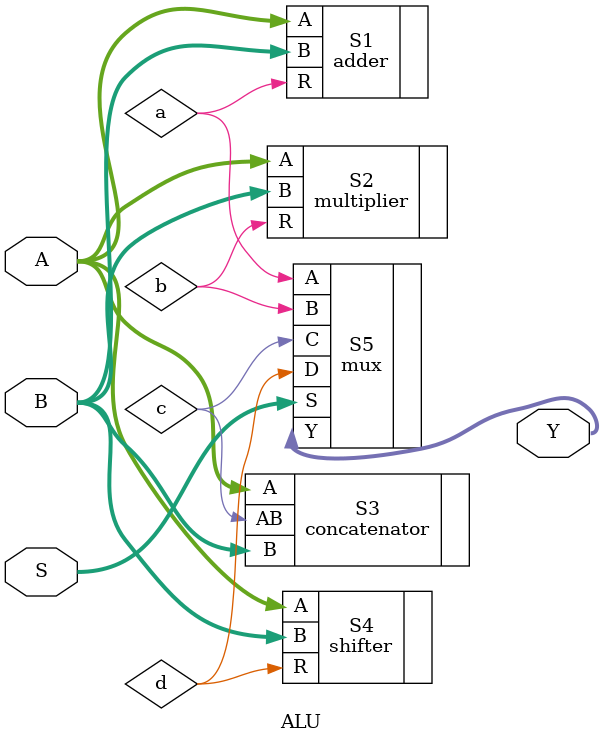
<source format=v>
`timescale 1ns / 1ps


module ALU( input [3:0] A, input [3:0] B, input [1:0] S, output [7:0] Y);
wire a,b,c,d;

 adder S1(
  .A  (A),
  .B  (B),
  .R  (a)
);

multiplier S2(
  .A  (A),
  .B  (B),
  .R  (b)
);

 concatenator S3(
  .A  (A),
  .B  (B),
  .AB  (c)
);

  shifter S4(
  .A  (A),
  .B  (B),
  .R  (d)
);

 mux S5(
 .A  (a),
 .B  (b),
 .C  (c),
 .D  (d),
 .S  (S),
 .Y  (Y)
 );
endmodule

</source>
